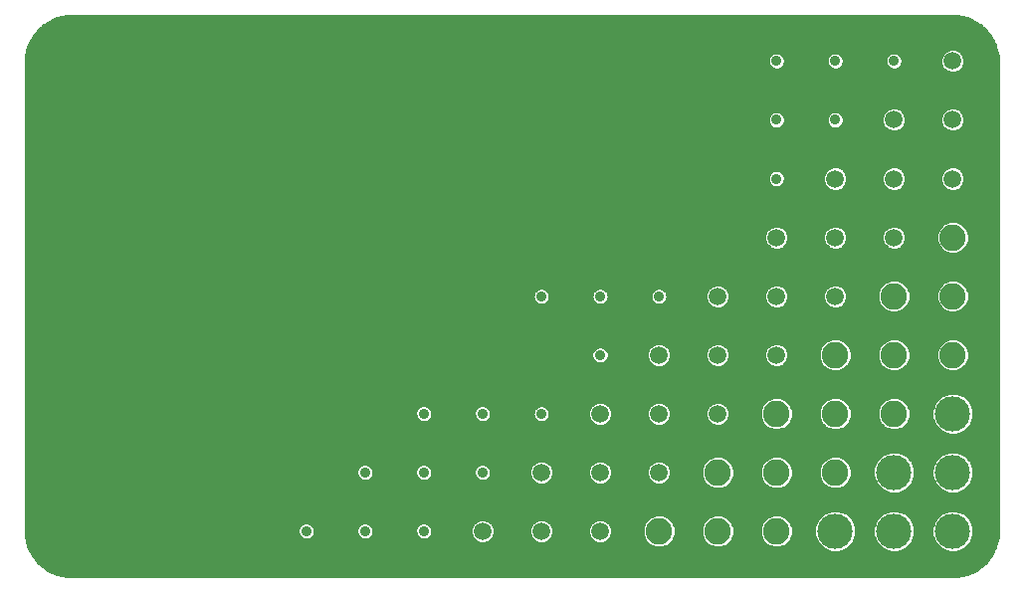
<source format=gbl>
G75*
%MOIN*%
%OFA0B0*%
%FSLAX25Y25*%
%IPPOS*%
%LPD*%
%AMOC8*
5,1,8,0,0,1.08239X$1,22.5*
%
%ADD10C,0.01575*%
%ADD11C,0.11811*%
%ADD12C,0.08858*%
%ADD13C,0.05906*%
%ADD14C,0.03569*%
D10*
X0017494Y0012812D02*
X0020496Y0011366D01*
X0023744Y0010625D01*
X0025409Y0010531D01*
X0320685Y0010531D01*
X0322351Y0010625D01*
X0325599Y0011366D01*
X0328601Y0012812D01*
X0331205Y0014889D01*
X0333283Y0017494D01*
X0334728Y0020496D01*
X0335469Y0023744D01*
X0335563Y0025409D01*
X0335563Y0182890D01*
X0335469Y0184556D01*
X0334728Y0187804D01*
X0333283Y0190805D01*
X0331205Y0193410D01*
X0328601Y0195487D01*
X0325599Y0196933D01*
X0322351Y0197674D01*
X0320685Y0197768D01*
X0025409Y0197768D01*
X0023744Y0197674D01*
X0020496Y0196933D01*
X0017494Y0195487D01*
X0014889Y0193410D01*
X0012812Y0190805D01*
X0011366Y0187804D01*
X0010625Y0184556D01*
X0010531Y0182890D01*
X0010531Y0025409D01*
X0010625Y0023744D01*
X0011366Y0020496D01*
X0012812Y0017494D01*
X0012812Y0017494D01*
X0014889Y0014889D01*
X0017494Y0012812D01*
X0016517Y0013591D02*
X0329577Y0013591D01*
X0331425Y0015164D02*
X0014670Y0015164D01*
X0013415Y0016738D02*
X0332679Y0016738D01*
X0333676Y0018311D02*
X0322605Y0018311D01*
X0322136Y0018117D02*
X0324816Y0019227D01*
X0326868Y0021278D01*
X0327978Y0023959D01*
X0327978Y0026860D01*
X0326868Y0029541D01*
X0324816Y0031592D01*
X0322136Y0032702D01*
X0319234Y0032702D01*
X0316554Y0031592D01*
X0314502Y0029541D01*
X0313392Y0026860D01*
X0313392Y0023959D01*
X0314502Y0021278D01*
X0316554Y0019227D01*
X0319234Y0018117D01*
X0322136Y0018117D01*
X0318765Y0018311D02*
X0302920Y0018311D01*
X0302451Y0018117D02*
X0305131Y0019227D01*
X0307183Y0021278D01*
X0308293Y0023959D01*
X0308293Y0026860D01*
X0307183Y0029541D01*
X0305131Y0031592D01*
X0302451Y0032702D01*
X0299549Y0032702D01*
X0296869Y0031592D01*
X0294817Y0029541D01*
X0293707Y0026860D01*
X0293707Y0023959D01*
X0294817Y0021278D01*
X0296869Y0019227D01*
X0299549Y0018117D01*
X0302451Y0018117D01*
X0299080Y0018311D02*
X0283235Y0018311D01*
X0282766Y0018117D02*
X0285446Y0019227D01*
X0287498Y0021278D01*
X0288608Y0023959D01*
X0288608Y0026860D01*
X0287498Y0029541D01*
X0285446Y0031592D01*
X0282766Y0032702D01*
X0279864Y0032702D01*
X0277184Y0031592D01*
X0275132Y0029541D01*
X0274022Y0026860D01*
X0274022Y0023959D01*
X0275132Y0021278D01*
X0277184Y0019227D01*
X0279864Y0018117D01*
X0282766Y0018117D01*
X0279395Y0018311D02*
X0012418Y0018311D01*
X0011661Y0019884D02*
X0220400Y0019884D01*
X0221103Y0019593D02*
X0223417Y0019593D01*
X0225555Y0020478D01*
X0227191Y0022115D01*
X0228076Y0024252D01*
X0228076Y0026566D01*
X0227191Y0028704D01*
X0225555Y0030340D01*
X0223417Y0031226D01*
X0221103Y0031226D01*
X0218965Y0030340D01*
X0217329Y0028704D01*
X0216443Y0026566D01*
X0216443Y0024252D01*
X0217329Y0022115D01*
X0218965Y0020478D01*
X0221103Y0019593D01*
X0224120Y0019884D02*
X0240085Y0019884D01*
X0240788Y0019593D02*
X0243102Y0019593D01*
X0245240Y0020478D01*
X0246876Y0022115D01*
X0247761Y0024252D01*
X0247761Y0026566D01*
X0246876Y0028704D01*
X0245240Y0030340D01*
X0243102Y0031226D01*
X0240788Y0031226D01*
X0238650Y0030340D01*
X0237014Y0028704D01*
X0236128Y0026566D01*
X0236128Y0024252D01*
X0237014Y0022115D01*
X0238650Y0020478D01*
X0240788Y0019593D01*
X0243805Y0019884D02*
X0259770Y0019884D01*
X0260473Y0019593D02*
X0262787Y0019593D01*
X0264925Y0020478D01*
X0266561Y0022115D01*
X0267446Y0024252D01*
X0267446Y0026566D01*
X0266561Y0028704D01*
X0264925Y0030340D01*
X0262787Y0031226D01*
X0260473Y0031226D01*
X0258335Y0030340D01*
X0256699Y0028704D01*
X0255813Y0026566D01*
X0255813Y0024252D01*
X0256699Y0022115D01*
X0258335Y0020478D01*
X0260473Y0019593D01*
X0263490Y0019884D02*
X0276526Y0019884D01*
X0275058Y0021458D02*
X0265904Y0021458D01*
X0266940Y0023031D02*
X0274406Y0023031D01*
X0274022Y0024604D02*
X0267446Y0024604D01*
X0267446Y0026177D02*
X0274022Y0026177D01*
X0274391Y0027751D02*
X0266956Y0027751D01*
X0265941Y0029324D02*
X0275043Y0029324D01*
X0276489Y0030897D02*
X0263580Y0030897D01*
X0259680Y0030897D02*
X0243895Y0030897D01*
X0246256Y0029324D02*
X0257319Y0029324D01*
X0256304Y0027751D02*
X0247271Y0027751D01*
X0247761Y0026177D02*
X0255813Y0026177D01*
X0255813Y0024604D02*
X0247761Y0024604D01*
X0247255Y0023031D02*
X0256319Y0023031D01*
X0257356Y0021458D02*
X0246219Y0021458D01*
X0237671Y0021458D02*
X0226534Y0021458D01*
X0227570Y0023031D02*
X0236634Y0023031D01*
X0236128Y0024604D02*
X0228076Y0024604D01*
X0228076Y0026177D02*
X0236128Y0026177D01*
X0236619Y0027751D02*
X0227586Y0027751D01*
X0226571Y0029324D02*
X0237634Y0029324D01*
X0239995Y0030897D02*
X0224210Y0030897D01*
X0220310Y0030897D02*
X0010531Y0030897D01*
X0010531Y0029324D02*
X0161314Y0029324D01*
X0160746Y0029089D02*
X0162341Y0029750D01*
X0164068Y0029750D01*
X0165663Y0029089D01*
X0166884Y0027868D01*
X0167545Y0026273D01*
X0167545Y0024546D01*
X0166884Y0022951D01*
X0165663Y0021730D01*
X0164068Y0021069D01*
X0162341Y0021069D01*
X0160746Y0021730D01*
X0159525Y0022951D01*
X0158865Y0024546D01*
X0158865Y0026273D01*
X0159525Y0027868D01*
X0160746Y0029089D01*
X0159477Y0027751D02*
X0145664Y0027751D01*
X0145316Y0028098D02*
X0146208Y0027206D01*
X0146691Y0026040D01*
X0146691Y0024779D01*
X0146208Y0023613D01*
X0145316Y0022721D01*
X0144151Y0022238D01*
X0142889Y0022238D01*
X0141723Y0022721D01*
X0140831Y0023613D01*
X0140348Y0024779D01*
X0140348Y0026040D01*
X0140831Y0027206D01*
X0141723Y0028098D01*
X0142889Y0028581D01*
X0144151Y0028581D01*
X0145316Y0028098D01*
X0146635Y0026177D02*
X0158865Y0026177D01*
X0158865Y0024604D02*
X0146619Y0024604D01*
X0145627Y0023031D02*
X0159492Y0023031D01*
X0161404Y0021458D02*
X0011147Y0021458D01*
X0010788Y0023031D02*
X0102043Y0023031D01*
X0102353Y0022721D02*
X0101461Y0023613D01*
X0100978Y0024779D01*
X0100978Y0026040D01*
X0101461Y0027206D01*
X0102353Y0028098D01*
X0103519Y0028581D01*
X0104780Y0028581D01*
X0105946Y0028098D01*
X0106838Y0027206D01*
X0107321Y0026040D01*
X0107321Y0024779D01*
X0106838Y0023613D01*
X0105946Y0022721D01*
X0104780Y0022238D01*
X0103519Y0022238D01*
X0102353Y0022721D01*
X0101050Y0024604D02*
X0010577Y0024604D01*
X0010531Y0026177D02*
X0101035Y0026177D01*
X0102006Y0027751D02*
X0010531Y0027751D01*
X0010531Y0032471D02*
X0279305Y0032471D01*
X0283325Y0032471D02*
X0298990Y0032471D01*
X0296174Y0030897D02*
X0286141Y0030897D01*
X0287587Y0029324D02*
X0294728Y0029324D01*
X0294076Y0027751D02*
X0288239Y0027751D01*
X0288608Y0026177D02*
X0293707Y0026177D01*
X0293707Y0024604D02*
X0288608Y0024604D01*
X0288223Y0023031D02*
X0294091Y0023031D01*
X0294743Y0021458D02*
X0287572Y0021458D01*
X0286103Y0019884D02*
X0296211Y0019884D01*
X0305789Y0019884D02*
X0315896Y0019884D01*
X0314428Y0021458D02*
X0307257Y0021458D01*
X0307909Y0023031D02*
X0313776Y0023031D01*
X0313392Y0024604D02*
X0308293Y0024604D01*
X0308293Y0026177D02*
X0313392Y0026177D01*
X0313761Y0027751D02*
X0307924Y0027751D01*
X0307272Y0029324D02*
X0314413Y0029324D01*
X0315859Y0030897D02*
X0305826Y0030897D01*
X0303010Y0032471D02*
X0318675Y0032471D01*
X0322695Y0032471D02*
X0335563Y0032471D01*
X0335563Y0034044D02*
X0010531Y0034044D01*
X0010531Y0035617D02*
X0335563Y0035617D01*
X0335563Y0037191D02*
X0010531Y0037191D01*
X0010531Y0038764D02*
X0297226Y0038764D01*
X0296869Y0038912D02*
X0299549Y0037802D01*
X0302451Y0037802D01*
X0305131Y0038912D01*
X0307183Y0040963D01*
X0308293Y0043644D01*
X0308293Y0046545D01*
X0307183Y0049226D01*
X0305131Y0051277D01*
X0302451Y0052387D01*
X0299549Y0052387D01*
X0296869Y0051277D01*
X0294817Y0049226D01*
X0293707Y0046545D01*
X0293707Y0043644D01*
X0294817Y0040963D01*
X0296869Y0038912D01*
X0295443Y0040337D02*
X0284784Y0040337D01*
X0284610Y0040163D02*
X0286246Y0041800D01*
X0287131Y0043937D01*
X0287131Y0046251D01*
X0286246Y0048389D01*
X0284610Y0050026D01*
X0282472Y0050911D01*
X0280158Y0050911D01*
X0278020Y0050026D01*
X0276384Y0048389D01*
X0275498Y0046251D01*
X0275498Y0043937D01*
X0276384Y0041800D01*
X0278020Y0040163D01*
X0280158Y0039278D01*
X0282472Y0039278D01*
X0284610Y0040163D01*
X0286292Y0041911D02*
X0294425Y0041911D01*
X0293773Y0043484D02*
X0286944Y0043484D01*
X0287131Y0045057D02*
X0293707Y0045057D01*
X0293742Y0046631D02*
X0286974Y0046631D01*
X0286323Y0048204D02*
X0294394Y0048204D01*
X0295369Y0049777D02*
X0284858Y0049777D01*
X0277772Y0049777D02*
X0265173Y0049777D01*
X0264925Y0050026D02*
X0262787Y0050911D01*
X0260473Y0050911D01*
X0258335Y0050026D01*
X0256699Y0048389D01*
X0255813Y0046251D01*
X0255813Y0043937D01*
X0256699Y0041800D01*
X0258335Y0040163D01*
X0260473Y0039278D01*
X0262787Y0039278D01*
X0264925Y0040163D01*
X0266561Y0041800D01*
X0267446Y0043937D01*
X0267446Y0046251D01*
X0266561Y0048389D01*
X0264925Y0050026D01*
X0266638Y0048204D02*
X0276307Y0048204D01*
X0275655Y0046631D02*
X0267289Y0046631D01*
X0267446Y0045057D02*
X0275498Y0045057D01*
X0275686Y0043484D02*
X0267259Y0043484D01*
X0266607Y0041911D02*
X0276338Y0041911D01*
X0277846Y0040337D02*
X0265099Y0040337D01*
X0258161Y0040337D02*
X0245414Y0040337D01*
X0245240Y0040163D02*
X0246876Y0041800D01*
X0247761Y0043937D01*
X0247761Y0046251D01*
X0246876Y0048389D01*
X0245240Y0050026D01*
X0243102Y0050911D01*
X0240788Y0050911D01*
X0238650Y0050026D01*
X0237014Y0048389D01*
X0236128Y0046251D01*
X0236128Y0043937D01*
X0237014Y0041800D01*
X0238650Y0040163D01*
X0240788Y0039278D01*
X0243102Y0039278D01*
X0245240Y0040163D01*
X0246922Y0041911D02*
X0256653Y0041911D01*
X0256001Y0043484D02*
X0247574Y0043484D01*
X0247761Y0045057D02*
X0255813Y0045057D01*
X0255970Y0046631D02*
X0247604Y0046631D01*
X0246953Y0048204D02*
X0256622Y0048204D01*
X0258087Y0049777D02*
X0245488Y0049777D01*
X0238402Y0049777D02*
X0010531Y0049777D01*
X0010531Y0048204D02*
X0123054Y0048204D01*
X0123204Y0048266D02*
X0122038Y0047783D01*
X0121146Y0046891D01*
X0120663Y0045725D01*
X0120663Y0044464D01*
X0121146Y0043298D01*
X0122038Y0042406D01*
X0123204Y0041923D01*
X0124466Y0041923D01*
X0125631Y0042406D01*
X0126523Y0043298D01*
X0127006Y0044464D01*
X0127006Y0045725D01*
X0126523Y0046891D01*
X0125631Y0047783D01*
X0124466Y0048266D01*
X0123204Y0048266D01*
X0124616Y0048204D02*
X0142739Y0048204D01*
X0142889Y0048266D02*
X0141723Y0047783D01*
X0140831Y0046891D01*
X0140348Y0045725D01*
X0140348Y0044464D01*
X0140831Y0043298D01*
X0141723Y0042406D01*
X0142889Y0041923D01*
X0144151Y0041923D01*
X0145316Y0042406D01*
X0146208Y0043298D01*
X0146691Y0044464D01*
X0146691Y0045725D01*
X0146208Y0046891D01*
X0145316Y0047783D01*
X0144151Y0048266D01*
X0142889Y0048266D01*
X0144301Y0048204D02*
X0162424Y0048204D01*
X0162574Y0048266D02*
X0161408Y0047783D01*
X0160516Y0046891D01*
X0160033Y0045725D01*
X0160033Y0044464D01*
X0160516Y0043298D01*
X0161408Y0042406D01*
X0162574Y0041923D01*
X0163836Y0041923D01*
X0165001Y0042406D01*
X0165894Y0043298D01*
X0166376Y0044464D01*
X0166376Y0045725D01*
X0165894Y0046891D01*
X0165001Y0047783D01*
X0163836Y0048266D01*
X0162574Y0048266D01*
X0163986Y0048204D02*
X0179861Y0048204D01*
X0180431Y0048774D02*
X0179210Y0047553D01*
X0178550Y0045958D01*
X0178550Y0044231D01*
X0179210Y0042636D01*
X0180431Y0041415D01*
X0182026Y0040754D01*
X0183753Y0040754D01*
X0185348Y0041415D01*
X0186569Y0042636D01*
X0187230Y0044231D01*
X0187230Y0045958D01*
X0186569Y0047553D01*
X0185348Y0048774D01*
X0183753Y0049435D01*
X0182026Y0049435D01*
X0180431Y0048774D01*
X0178828Y0046631D02*
X0166001Y0046631D01*
X0166376Y0045057D02*
X0178550Y0045057D01*
X0178859Y0043484D02*
X0165971Y0043484D01*
X0160439Y0043484D02*
X0146286Y0043484D01*
X0146691Y0045057D02*
X0160033Y0045057D01*
X0160408Y0046631D02*
X0146316Y0046631D01*
X0140723Y0046631D02*
X0126631Y0046631D01*
X0127006Y0045057D02*
X0140348Y0045057D01*
X0140754Y0043484D02*
X0126601Y0043484D01*
X0121069Y0043484D02*
X0010531Y0043484D01*
X0010531Y0045057D02*
X0120663Y0045057D01*
X0121038Y0046631D02*
X0010531Y0046631D01*
X0010531Y0051351D02*
X0297046Y0051351D01*
X0304954Y0051351D02*
X0316731Y0051351D01*
X0316554Y0051277D02*
X0314502Y0049226D01*
X0313392Y0046545D01*
X0313392Y0043644D01*
X0314502Y0040963D01*
X0316554Y0038912D01*
X0319234Y0037802D01*
X0322136Y0037802D01*
X0324816Y0038912D01*
X0326868Y0040963D01*
X0327978Y0043644D01*
X0327978Y0046545D01*
X0326868Y0049226D01*
X0324816Y0051277D01*
X0322136Y0052387D01*
X0319234Y0052387D01*
X0316554Y0051277D01*
X0315054Y0049777D02*
X0306631Y0049777D01*
X0307606Y0048204D02*
X0314079Y0048204D01*
X0313428Y0046631D02*
X0308258Y0046631D01*
X0308293Y0045057D02*
X0313392Y0045057D01*
X0313458Y0043484D02*
X0308227Y0043484D01*
X0307575Y0041911D02*
X0314110Y0041911D01*
X0315128Y0040337D02*
X0306557Y0040337D01*
X0304774Y0038764D02*
X0316911Y0038764D01*
X0324459Y0038764D02*
X0335563Y0038764D01*
X0335563Y0040337D02*
X0326242Y0040337D01*
X0327260Y0041911D02*
X0335563Y0041911D01*
X0335563Y0043484D02*
X0327912Y0043484D01*
X0327978Y0045057D02*
X0335563Y0045057D01*
X0335563Y0046631D02*
X0327943Y0046631D01*
X0327291Y0048204D02*
X0335563Y0048204D01*
X0335563Y0049777D02*
X0326316Y0049777D01*
X0324639Y0051351D02*
X0335563Y0051351D01*
X0335563Y0052924D02*
X0010531Y0052924D01*
X0010531Y0054497D02*
X0335563Y0054497D01*
X0335563Y0056070D02*
X0010531Y0056070D01*
X0010531Y0057644D02*
X0318855Y0057644D01*
X0319234Y0057487D02*
X0322136Y0057487D01*
X0324816Y0058597D01*
X0326868Y0060648D01*
X0327978Y0063329D01*
X0327978Y0066230D01*
X0326868Y0068911D01*
X0324816Y0070962D01*
X0322136Y0072072D01*
X0319234Y0072072D01*
X0316554Y0070962D01*
X0314502Y0068911D01*
X0313392Y0066230D01*
X0313392Y0063329D01*
X0314502Y0060648D01*
X0316554Y0058597D01*
X0319234Y0057487D01*
X0322515Y0057644D02*
X0335563Y0057644D01*
X0335563Y0059217D02*
X0325436Y0059217D01*
X0326926Y0060790D02*
X0335563Y0060790D01*
X0335563Y0062364D02*
X0327578Y0062364D01*
X0327978Y0063937D02*
X0335563Y0063937D01*
X0335563Y0065510D02*
X0327978Y0065510D01*
X0327624Y0067084D02*
X0335563Y0067084D01*
X0335563Y0068657D02*
X0326973Y0068657D01*
X0325548Y0070230D02*
X0335563Y0070230D01*
X0335563Y0071804D02*
X0322785Y0071804D01*
X0318585Y0071804D02*
X0010531Y0071804D01*
X0010531Y0073377D02*
X0335563Y0073377D01*
X0335563Y0074950D02*
X0010531Y0074950D01*
X0010531Y0076524D02*
X0335563Y0076524D01*
X0335563Y0078097D02*
X0010531Y0078097D01*
X0010531Y0079670D02*
X0277884Y0079670D01*
X0278020Y0079534D02*
X0280158Y0078648D01*
X0282472Y0078648D01*
X0284610Y0079534D01*
X0286246Y0081170D01*
X0287131Y0083308D01*
X0287131Y0085622D01*
X0286246Y0087759D01*
X0284610Y0089396D01*
X0282472Y0090281D01*
X0280158Y0090281D01*
X0278020Y0089396D01*
X0276384Y0087759D01*
X0275498Y0085622D01*
X0275498Y0083308D01*
X0276384Y0081170D01*
X0278020Y0079534D01*
X0276353Y0081244D02*
X0264547Y0081244D01*
X0264088Y0080785D02*
X0265309Y0082006D01*
X0265970Y0083601D01*
X0265970Y0085328D01*
X0265309Y0086923D01*
X0264088Y0088144D01*
X0262493Y0088805D01*
X0260767Y0088805D01*
X0259171Y0088144D01*
X0257951Y0086923D01*
X0257290Y0085328D01*
X0257290Y0083601D01*
X0257951Y0082006D01*
X0259171Y0080785D01*
X0260767Y0080124D01*
X0262493Y0080124D01*
X0264088Y0080785D01*
X0265645Y0082817D02*
X0275702Y0082817D01*
X0275498Y0084390D02*
X0265970Y0084390D01*
X0265707Y0085963D02*
X0275640Y0085963D01*
X0276292Y0087537D02*
X0264696Y0087537D01*
X0258564Y0087537D02*
X0245011Y0087537D01*
X0244403Y0088144D02*
X0242808Y0088805D01*
X0241082Y0088805D01*
X0239486Y0088144D01*
X0238265Y0086923D01*
X0237605Y0085328D01*
X0237605Y0083601D01*
X0238265Y0082006D01*
X0239486Y0080785D01*
X0241082Y0080124D01*
X0242808Y0080124D01*
X0244403Y0080785D01*
X0245624Y0082006D01*
X0246285Y0083601D01*
X0246285Y0085328D01*
X0245624Y0086923D01*
X0244403Y0088144D01*
X0246022Y0085963D02*
X0257553Y0085963D01*
X0257290Y0084390D02*
X0246285Y0084390D01*
X0245960Y0082817D02*
X0257615Y0082817D01*
X0258713Y0081244D02*
X0244862Y0081244D01*
X0239028Y0081244D02*
X0225177Y0081244D01*
X0224718Y0080785D02*
X0225939Y0082006D01*
X0226600Y0083601D01*
X0226600Y0085328D01*
X0225939Y0086923D01*
X0224718Y0088144D01*
X0223123Y0088805D01*
X0221397Y0088805D01*
X0219801Y0088144D01*
X0218580Y0086923D01*
X0217920Y0085328D01*
X0217920Y0083601D01*
X0218580Y0082006D01*
X0219801Y0080785D01*
X0221397Y0080124D01*
X0223123Y0080124D01*
X0224718Y0080785D01*
X0226275Y0082817D02*
X0237930Y0082817D01*
X0237605Y0084390D02*
X0226600Y0084390D01*
X0226337Y0085963D02*
X0237868Y0085963D01*
X0238879Y0087537D02*
X0225326Y0087537D01*
X0219194Y0087537D02*
X0203446Y0087537D01*
X0203206Y0087636D02*
X0201944Y0087636D01*
X0200778Y0087153D01*
X0199886Y0086261D01*
X0199403Y0085095D01*
X0199403Y0083834D01*
X0199886Y0082668D01*
X0200778Y0081776D01*
X0201944Y0081293D01*
X0203206Y0081293D01*
X0204371Y0081776D01*
X0205264Y0082668D01*
X0205746Y0083834D01*
X0205746Y0085095D01*
X0205264Y0086261D01*
X0204371Y0087153D01*
X0203206Y0087636D01*
X0201704Y0087537D02*
X0010531Y0087537D01*
X0010531Y0089110D02*
X0277735Y0089110D01*
X0284895Y0089110D02*
X0297420Y0089110D01*
X0297705Y0089396D02*
X0296069Y0087759D01*
X0295183Y0085622D01*
X0295183Y0083308D01*
X0296069Y0081170D01*
X0297705Y0079534D01*
X0299843Y0078648D01*
X0302157Y0078648D01*
X0304295Y0079534D01*
X0305931Y0081170D01*
X0306817Y0083308D01*
X0306817Y0085622D01*
X0305931Y0087759D01*
X0304295Y0089396D01*
X0302157Y0090281D01*
X0299843Y0090281D01*
X0297705Y0089396D01*
X0295977Y0087537D02*
X0286338Y0087537D01*
X0286990Y0085963D02*
X0295325Y0085963D01*
X0295183Y0084390D02*
X0287131Y0084390D01*
X0286928Y0082817D02*
X0295387Y0082817D01*
X0296038Y0081244D02*
X0286277Y0081244D01*
X0284746Y0079670D02*
X0297569Y0079670D01*
X0304431Y0079670D02*
X0317254Y0079670D01*
X0317390Y0079534D02*
X0319528Y0078648D01*
X0321842Y0078648D01*
X0323980Y0079534D01*
X0325616Y0081170D01*
X0326502Y0083308D01*
X0326502Y0085622D01*
X0325616Y0087759D01*
X0323980Y0089396D01*
X0321842Y0090281D01*
X0319528Y0090281D01*
X0317390Y0089396D01*
X0315754Y0087759D01*
X0314869Y0085622D01*
X0314869Y0083308D01*
X0315754Y0081170D01*
X0317390Y0079534D01*
X0315723Y0081244D02*
X0305962Y0081244D01*
X0306613Y0082817D02*
X0315072Y0082817D01*
X0314869Y0084390D02*
X0306817Y0084390D01*
X0306675Y0085963D02*
X0315010Y0085963D01*
X0315662Y0087537D02*
X0306023Y0087537D01*
X0304580Y0089110D02*
X0317105Y0089110D01*
X0324265Y0089110D02*
X0335563Y0089110D01*
X0335563Y0087537D02*
X0325708Y0087537D01*
X0326360Y0085963D02*
X0335563Y0085963D01*
X0335563Y0084390D02*
X0326502Y0084390D01*
X0326298Y0082817D02*
X0335563Y0082817D01*
X0335563Y0081244D02*
X0325647Y0081244D01*
X0324116Y0079670D02*
X0335563Y0079670D01*
X0335563Y0090683D02*
X0010531Y0090683D01*
X0010531Y0092257D02*
X0335563Y0092257D01*
X0335563Y0093830D02*
X0010531Y0093830D01*
X0010531Y0095403D02*
X0335563Y0095403D01*
X0335563Y0096977D02*
X0010531Y0096977D01*
X0010531Y0098550D02*
X0299319Y0098550D01*
X0299843Y0098333D02*
X0302157Y0098333D01*
X0304295Y0099219D01*
X0305931Y0100855D01*
X0306817Y0102993D01*
X0306817Y0105307D01*
X0305931Y0107444D01*
X0304295Y0109081D01*
X0302157Y0109966D01*
X0299843Y0109966D01*
X0297705Y0109081D01*
X0296069Y0107444D01*
X0295183Y0105307D01*
X0295183Y0102993D01*
X0296069Y0100855D01*
X0297705Y0099219D01*
X0299843Y0098333D01*
X0302681Y0098550D02*
X0319004Y0098550D01*
X0319528Y0098333D02*
X0321842Y0098333D01*
X0323980Y0099219D01*
X0325616Y0100855D01*
X0326502Y0102993D01*
X0326502Y0105307D01*
X0325616Y0107444D01*
X0323980Y0109081D01*
X0321842Y0109966D01*
X0319528Y0109966D01*
X0317390Y0109081D01*
X0315754Y0107444D01*
X0314869Y0105307D01*
X0314869Y0102993D01*
X0315754Y0100855D01*
X0317390Y0099219D01*
X0319528Y0098333D01*
X0322366Y0098550D02*
X0335563Y0098550D01*
X0335563Y0100123D02*
X0324885Y0100123D01*
X0325965Y0101697D02*
X0335563Y0101697D01*
X0335563Y0103270D02*
X0326502Y0103270D01*
X0326502Y0104843D02*
X0335563Y0104843D01*
X0335563Y0106417D02*
X0326042Y0106417D01*
X0325071Y0107990D02*
X0335563Y0107990D01*
X0335563Y0109563D02*
X0322815Y0109563D01*
X0318555Y0109563D02*
X0303130Y0109563D01*
X0305386Y0107990D02*
X0316299Y0107990D01*
X0315328Y0106417D02*
X0306357Y0106417D01*
X0306817Y0104843D02*
X0314869Y0104843D01*
X0314869Y0103270D02*
X0306817Y0103270D01*
X0306280Y0101697D02*
X0315405Y0101697D01*
X0316486Y0100123D02*
X0305199Y0100123D01*
X0296800Y0100123D02*
X0282936Y0100123D01*
X0282178Y0099809D02*
X0283773Y0100470D01*
X0284994Y0101691D01*
X0285655Y0103286D01*
X0285655Y0105013D01*
X0284994Y0106608D01*
X0283773Y0107829D01*
X0282178Y0108490D01*
X0280452Y0108490D01*
X0278856Y0107829D01*
X0277636Y0106608D01*
X0276975Y0105013D01*
X0276975Y0103286D01*
X0277636Y0101691D01*
X0278856Y0100470D01*
X0280452Y0099809D01*
X0282178Y0099809D01*
X0279694Y0100123D02*
X0263251Y0100123D01*
X0262493Y0099809D02*
X0264088Y0100470D01*
X0265309Y0101691D01*
X0265970Y0103286D01*
X0265970Y0105013D01*
X0265309Y0106608D01*
X0264088Y0107829D01*
X0262493Y0108490D01*
X0260767Y0108490D01*
X0259171Y0107829D01*
X0257951Y0106608D01*
X0257290Y0105013D01*
X0257290Y0103286D01*
X0257951Y0101691D01*
X0259171Y0100470D01*
X0260767Y0099809D01*
X0262493Y0099809D01*
X0260009Y0100123D02*
X0243566Y0100123D01*
X0242808Y0099809D02*
X0244403Y0100470D01*
X0245624Y0101691D01*
X0246285Y0103286D01*
X0246285Y0105013D01*
X0245624Y0106608D01*
X0244403Y0107829D01*
X0242808Y0108490D01*
X0241082Y0108490D01*
X0239486Y0107829D01*
X0238265Y0106608D01*
X0237605Y0105013D01*
X0237605Y0103286D01*
X0238265Y0101691D01*
X0239486Y0100470D01*
X0241082Y0099809D01*
X0242808Y0099809D01*
X0240324Y0100123D02*
X0010531Y0100123D01*
X0010531Y0101697D02*
X0180857Y0101697D01*
X0181093Y0101461D02*
X0182259Y0100978D01*
X0183521Y0100978D01*
X0184686Y0101461D01*
X0185579Y0102353D01*
X0186061Y0103519D01*
X0186061Y0104780D01*
X0185579Y0105946D01*
X0184686Y0106838D01*
X0183521Y0107321D01*
X0182259Y0107321D01*
X0181093Y0106838D01*
X0180201Y0105946D01*
X0179718Y0104780D01*
X0179718Y0103519D01*
X0180201Y0102353D01*
X0181093Y0101461D01*
X0179821Y0103270D02*
X0010531Y0103270D01*
X0010531Y0104843D02*
X0179744Y0104843D01*
X0180671Y0106417D02*
X0010531Y0106417D01*
X0010531Y0107990D02*
X0239875Y0107990D01*
X0238186Y0106417D02*
X0224478Y0106417D01*
X0224056Y0106838D02*
X0222891Y0107321D01*
X0221629Y0107321D01*
X0220463Y0106838D01*
X0219571Y0105946D01*
X0219088Y0104780D01*
X0219088Y0103519D01*
X0219571Y0102353D01*
X0220463Y0101461D01*
X0221629Y0100978D01*
X0222891Y0100978D01*
X0224056Y0101461D01*
X0224949Y0102353D01*
X0225431Y0103519D01*
X0225431Y0104780D01*
X0224949Y0105946D01*
X0224056Y0106838D01*
X0225405Y0104843D02*
X0237605Y0104843D01*
X0237612Y0103270D02*
X0225328Y0103270D01*
X0224292Y0101697D02*
X0238263Y0101697D01*
X0245627Y0101697D02*
X0257948Y0101697D01*
X0257297Y0103270D02*
X0246278Y0103270D01*
X0246285Y0104843D02*
X0257290Y0104843D01*
X0257871Y0106417D02*
X0245704Y0106417D01*
X0244015Y0107990D02*
X0259560Y0107990D01*
X0263700Y0107990D02*
X0279245Y0107990D01*
X0277556Y0106417D02*
X0265389Y0106417D01*
X0265970Y0104843D02*
X0276975Y0104843D01*
X0276982Y0103270D02*
X0265963Y0103270D01*
X0265312Y0101697D02*
X0277633Y0101697D01*
X0284997Y0101697D02*
X0295720Y0101697D01*
X0295183Y0103270D02*
X0285648Y0103270D01*
X0285655Y0104843D02*
X0295183Y0104843D01*
X0295643Y0106417D02*
X0285074Y0106417D01*
X0283385Y0107990D02*
X0296614Y0107990D01*
X0298870Y0109563D02*
X0010531Y0109563D01*
X0010531Y0111136D02*
X0335563Y0111136D01*
X0335563Y0112710D02*
X0010531Y0112710D01*
X0010531Y0114283D02*
X0335563Y0114283D01*
X0335563Y0115856D02*
X0010531Y0115856D01*
X0010531Y0117430D02*
X0335563Y0117430D01*
X0335563Y0119003D02*
X0324079Y0119003D01*
X0323980Y0118904D02*
X0325616Y0120540D01*
X0326502Y0122678D01*
X0326502Y0124992D01*
X0325616Y0127129D01*
X0323980Y0128766D01*
X0321842Y0129651D01*
X0319528Y0129651D01*
X0317390Y0128766D01*
X0315754Y0127129D01*
X0314869Y0124992D01*
X0314869Y0122678D01*
X0315754Y0120540D01*
X0317390Y0118904D01*
X0319528Y0118018D01*
X0321842Y0118018D01*
X0323980Y0118904D01*
X0325631Y0120576D02*
X0335563Y0120576D01*
X0335563Y0122150D02*
X0326283Y0122150D01*
X0326502Y0123723D02*
X0335563Y0123723D01*
X0335563Y0125296D02*
X0326375Y0125296D01*
X0325724Y0126870D02*
X0335563Y0126870D01*
X0335563Y0128443D02*
X0324303Y0128443D01*
X0317068Y0128443D02*
X0010531Y0128443D01*
X0010531Y0130016D02*
X0335563Y0130016D01*
X0335563Y0131590D02*
X0010531Y0131590D01*
X0010531Y0133163D02*
X0335563Y0133163D01*
X0335563Y0134736D02*
X0010531Y0134736D01*
X0010531Y0136310D02*
X0335563Y0136310D01*
X0335563Y0137883D02*
X0010531Y0137883D01*
X0010531Y0139456D02*
X0279784Y0139456D01*
X0280452Y0139180D02*
X0278856Y0139840D01*
X0277636Y0141061D01*
X0276975Y0142656D01*
X0276975Y0144383D01*
X0277636Y0145978D01*
X0278856Y0147199D01*
X0280452Y0147860D01*
X0282178Y0147860D01*
X0283773Y0147199D01*
X0284994Y0145978D01*
X0285655Y0144383D01*
X0285655Y0142656D01*
X0284994Y0141061D01*
X0283773Y0139840D01*
X0282178Y0139180D01*
X0280452Y0139180D01*
X0282846Y0139456D02*
X0299469Y0139456D01*
X0300137Y0139180D02*
X0301863Y0139180D01*
X0303458Y0139840D01*
X0304679Y0141061D01*
X0305340Y0142656D01*
X0305340Y0144383D01*
X0304679Y0145978D01*
X0303458Y0147199D01*
X0301863Y0147860D01*
X0300137Y0147860D01*
X0298541Y0147199D01*
X0297321Y0145978D01*
X0296660Y0144383D01*
X0296660Y0142656D01*
X0297321Y0141061D01*
X0298541Y0139840D01*
X0300137Y0139180D01*
X0302531Y0139456D02*
X0319154Y0139456D01*
X0319822Y0139180D02*
X0321548Y0139180D01*
X0323144Y0139840D01*
X0324364Y0141061D01*
X0325025Y0142656D01*
X0325025Y0144383D01*
X0324364Y0145978D01*
X0323144Y0147199D01*
X0321548Y0147860D01*
X0319822Y0147860D01*
X0318227Y0147199D01*
X0317006Y0145978D01*
X0316345Y0144383D01*
X0316345Y0142656D01*
X0317006Y0141061D01*
X0318227Y0139840D01*
X0319822Y0139180D01*
X0322216Y0139456D02*
X0335563Y0139456D01*
X0335563Y0141029D02*
X0324333Y0141029D01*
X0325003Y0142603D02*
X0335563Y0142603D01*
X0335563Y0144176D02*
X0325025Y0144176D01*
X0324459Y0145749D02*
X0335563Y0145749D01*
X0335563Y0147323D02*
X0322845Y0147323D01*
X0318525Y0147323D02*
X0303160Y0147323D01*
X0304774Y0145749D02*
X0316911Y0145749D01*
X0316345Y0144176D02*
X0305340Y0144176D01*
X0305318Y0142603D02*
X0316367Y0142603D01*
X0317037Y0141029D02*
X0304648Y0141029D01*
X0297352Y0141029D02*
X0284963Y0141029D01*
X0285633Y0142603D02*
X0296682Y0142603D01*
X0296660Y0144176D02*
X0285655Y0144176D01*
X0285089Y0145749D02*
X0297226Y0145749D01*
X0298840Y0147323D02*
X0283475Y0147323D01*
X0279155Y0147323D02*
X0010531Y0147323D01*
X0010531Y0148896D02*
X0335563Y0148896D01*
X0335563Y0150469D02*
X0010531Y0150469D01*
X0010531Y0152043D02*
X0335563Y0152043D01*
X0335563Y0153616D02*
X0010531Y0153616D01*
X0010531Y0155189D02*
X0335563Y0155189D01*
X0335563Y0156763D02*
X0010531Y0156763D01*
X0010531Y0158336D02*
X0335563Y0158336D01*
X0335563Y0159909D02*
X0323527Y0159909D01*
X0323144Y0159525D02*
X0324364Y0160746D01*
X0325025Y0162341D01*
X0325025Y0164068D01*
X0324364Y0165663D01*
X0323144Y0166884D01*
X0321548Y0167545D01*
X0319822Y0167545D01*
X0318227Y0166884D01*
X0317006Y0165663D01*
X0316345Y0164068D01*
X0316345Y0162341D01*
X0317006Y0160746D01*
X0318227Y0159525D01*
X0319822Y0158865D01*
X0321548Y0158865D01*
X0323144Y0159525D01*
X0324669Y0161483D02*
X0335563Y0161483D01*
X0335563Y0163056D02*
X0325025Y0163056D01*
X0324793Y0164629D02*
X0335563Y0164629D01*
X0335563Y0166202D02*
X0323825Y0166202D01*
X0317545Y0166202D02*
X0304140Y0166202D01*
X0304679Y0165663D02*
X0303458Y0166884D01*
X0301863Y0167545D01*
X0300137Y0167545D01*
X0298541Y0166884D01*
X0297321Y0165663D01*
X0296660Y0164068D01*
X0296660Y0162341D01*
X0297321Y0160746D01*
X0298541Y0159525D01*
X0300137Y0158865D01*
X0301863Y0158865D01*
X0303458Y0159525D01*
X0304679Y0160746D01*
X0305340Y0162341D01*
X0305340Y0164068D01*
X0304679Y0165663D01*
X0305108Y0164629D02*
X0316577Y0164629D01*
X0316345Y0163056D02*
X0305340Y0163056D01*
X0304984Y0161483D02*
X0316701Y0161483D01*
X0317843Y0159909D02*
X0303842Y0159909D01*
X0298158Y0159909D02*
X0010531Y0159909D01*
X0010531Y0161483D02*
X0258910Y0161483D01*
X0258941Y0161408D02*
X0259833Y0160516D01*
X0260999Y0160033D01*
X0262261Y0160033D01*
X0263427Y0160516D01*
X0264319Y0161408D01*
X0264802Y0162574D01*
X0264802Y0163836D01*
X0264319Y0165001D01*
X0263427Y0165894D01*
X0262261Y0166376D01*
X0260999Y0166376D01*
X0259833Y0165894D01*
X0258941Y0165001D01*
X0258458Y0163836D01*
X0258458Y0162574D01*
X0258941Y0161408D01*
X0258458Y0163056D02*
X0010531Y0163056D01*
X0010531Y0164629D02*
X0258787Y0164629D01*
X0260579Y0166202D02*
X0010531Y0166202D01*
X0010531Y0167776D02*
X0335563Y0167776D01*
X0335563Y0169349D02*
X0010531Y0169349D01*
X0010531Y0170922D02*
X0335563Y0170922D01*
X0335563Y0172496D02*
X0010531Y0172496D01*
X0010531Y0174069D02*
X0335563Y0174069D01*
X0335563Y0175642D02*
X0010531Y0175642D01*
X0010531Y0177216D02*
X0335563Y0177216D01*
X0335563Y0178789D02*
X0322126Y0178789D01*
X0321548Y0178550D02*
X0323144Y0179210D01*
X0324364Y0180431D01*
X0325025Y0182026D01*
X0325025Y0183753D01*
X0324364Y0185348D01*
X0323144Y0186569D01*
X0321548Y0187230D01*
X0319822Y0187230D01*
X0318227Y0186569D01*
X0317006Y0185348D01*
X0316345Y0183753D01*
X0316345Y0182026D01*
X0317006Y0180431D01*
X0318227Y0179210D01*
X0319822Y0178550D01*
X0321548Y0178550D01*
X0319244Y0178789D02*
X0010531Y0178789D01*
X0010531Y0180362D02*
X0259672Y0180362D01*
X0259833Y0180201D02*
X0260999Y0179718D01*
X0262261Y0179718D01*
X0263427Y0180201D01*
X0264319Y0181093D01*
X0264802Y0182259D01*
X0264802Y0183521D01*
X0264319Y0184686D01*
X0263427Y0185579D01*
X0262261Y0186061D01*
X0260999Y0186061D01*
X0259833Y0185579D01*
X0258941Y0184686D01*
X0258458Y0183521D01*
X0258458Y0182259D01*
X0258941Y0181093D01*
X0259833Y0180201D01*
X0258592Y0181936D02*
X0010531Y0181936D01*
X0010566Y0183509D02*
X0258458Y0183509D01*
X0259337Y0185082D02*
X0010745Y0185082D01*
X0011104Y0186656D02*
X0318435Y0186656D01*
X0316895Y0185082D02*
X0303293Y0185082D01*
X0303689Y0184686D02*
X0302797Y0185579D01*
X0301631Y0186061D01*
X0300369Y0186061D01*
X0299203Y0185579D01*
X0298311Y0184686D01*
X0297828Y0183521D01*
X0297828Y0182259D01*
X0298311Y0181093D01*
X0299203Y0180201D01*
X0300369Y0179718D01*
X0301631Y0179718D01*
X0302797Y0180201D01*
X0303689Y0181093D01*
X0304172Y0182259D01*
X0304172Y0183521D01*
X0303689Y0184686D01*
X0304172Y0183509D02*
X0316345Y0183509D01*
X0316382Y0181936D02*
X0304038Y0181936D01*
X0302958Y0180362D02*
X0317075Y0180362D01*
X0324295Y0180362D02*
X0335563Y0180362D01*
X0335563Y0181936D02*
X0324988Y0181936D01*
X0325025Y0183509D02*
X0335528Y0183509D01*
X0335349Y0185082D02*
X0324475Y0185082D01*
X0322935Y0186656D02*
X0334990Y0186656D01*
X0334523Y0188229D02*
X0011571Y0188229D01*
X0012329Y0189802D02*
X0333766Y0189802D01*
X0332828Y0191376D02*
X0013267Y0191376D01*
X0014521Y0192949D02*
X0331573Y0192949D01*
X0329811Y0194522D02*
X0016284Y0194522D01*
X0018757Y0196095D02*
X0327338Y0196095D01*
X0322374Y0197669D02*
X0023720Y0197669D01*
X0010531Y0145749D02*
X0259374Y0145749D01*
X0258941Y0145316D02*
X0258458Y0144151D01*
X0258458Y0142889D01*
X0258941Y0141723D01*
X0259833Y0140831D01*
X0260999Y0140348D01*
X0262261Y0140348D01*
X0263427Y0140831D01*
X0264319Y0141723D01*
X0264802Y0142889D01*
X0264802Y0144151D01*
X0264319Y0145316D01*
X0263427Y0146208D01*
X0262261Y0146691D01*
X0260999Y0146691D01*
X0259833Y0146208D01*
X0258941Y0145316D01*
X0258469Y0144176D02*
X0010531Y0144176D01*
X0010531Y0142603D02*
X0258577Y0142603D01*
X0259635Y0141029D02*
X0010531Y0141029D01*
X0010531Y0126870D02*
X0258527Y0126870D01*
X0257951Y0126293D02*
X0257290Y0124698D01*
X0257290Y0122971D01*
X0257951Y0121376D01*
X0259171Y0120155D01*
X0260767Y0119494D01*
X0262493Y0119494D01*
X0264088Y0120155D01*
X0265309Y0121376D01*
X0265970Y0122971D01*
X0265970Y0124698D01*
X0265309Y0126293D01*
X0264088Y0127514D01*
X0262493Y0128175D01*
X0260767Y0128175D01*
X0259171Y0127514D01*
X0257951Y0126293D01*
X0257538Y0125296D02*
X0010531Y0125296D01*
X0010531Y0123723D02*
X0257290Y0123723D01*
X0257630Y0122150D02*
X0010531Y0122150D01*
X0010531Y0120576D02*
X0258750Y0120576D01*
X0264510Y0120576D02*
X0278435Y0120576D01*
X0278856Y0120155D02*
X0280452Y0119494D01*
X0282178Y0119494D01*
X0283773Y0120155D01*
X0284994Y0121376D01*
X0285655Y0122971D01*
X0285655Y0124698D01*
X0284994Y0126293D01*
X0283773Y0127514D01*
X0282178Y0128175D01*
X0280452Y0128175D01*
X0278856Y0127514D01*
X0277636Y0126293D01*
X0276975Y0124698D01*
X0276975Y0122971D01*
X0277636Y0121376D01*
X0278856Y0120155D01*
X0277315Y0122150D02*
X0265630Y0122150D01*
X0265970Y0123723D02*
X0276975Y0123723D01*
X0277223Y0125296D02*
X0265722Y0125296D01*
X0264733Y0126870D02*
X0278212Y0126870D01*
X0284418Y0126870D02*
X0297897Y0126870D01*
X0297321Y0126293D02*
X0296660Y0124698D01*
X0296660Y0122971D01*
X0297321Y0121376D01*
X0298541Y0120155D01*
X0300137Y0119494D01*
X0301863Y0119494D01*
X0303458Y0120155D01*
X0304679Y0121376D01*
X0305340Y0122971D01*
X0305340Y0124698D01*
X0304679Y0126293D01*
X0303458Y0127514D01*
X0301863Y0128175D01*
X0300137Y0128175D01*
X0298541Y0127514D01*
X0297321Y0126293D01*
X0296908Y0125296D02*
X0285407Y0125296D01*
X0285655Y0123723D02*
X0296660Y0123723D01*
X0297000Y0122150D02*
X0285315Y0122150D01*
X0284195Y0120576D02*
X0298120Y0120576D01*
X0303880Y0120576D02*
X0315739Y0120576D01*
X0315087Y0122150D02*
X0305000Y0122150D01*
X0305340Y0123723D02*
X0314869Y0123723D01*
X0314995Y0125296D02*
X0305092Y0125296D01*
X0304103Y0126870D02*
X0315646Y0126870D01*
X0317291Y0119003D02*
X0010531Y0119003D01*
X0010531Y0085963D02*
X0199763Y0085963D01*
X0199403Y0084390D02*
X0010531Y0084390D01*
X0010531Y0082817D02*
X0199824Y0082817D01*
X0205325Y0082817D02*
X0218245Y0082817D01*
X0217920Y0084390D02*
X0205746Y0084390D01*
X0205387Y0085963D02*
X0218183Y0085963D01*
X0219343Y0081244D02*
X0010531Y0081244D01*
X0010531Y0070230D02*
X0259590Y0070230D01*
X0260473Y0070596D02*
X0258335Y0069711D01*
X0256699Y0068074D01*
X0255813Y0065937D01*
X0255813Y0063623D01*
X0256699Y0061485D01*
X0258335Y0059848D01*
X0260473Y0058963D01*
X0262787Y0058963D01*
X0264925Y0059848D01*
X0266561Y0061485D01*
X0267446Y0063623D01*
X0267446Y0065937D01*
X0266561Y0068074D01*
X0264925Y0069711D01*
X0262787Y0070596D01*
X0260473Y0070596D01*
X0263670Y0070230D02*
X0279275Y0070230D01*
X0280158Y0070596D02*
X0278020Y0069711D01*
X0276384Y0068074D01*
X0275498Y0065937D01*
X0275498Y0063623D01*
X0276384Y0061485D01*
X0278020Y0059848D01*
X0280158Y0058963D01*
X0282472Y0058963D01*
X0284610Y0059848D01*
X0286246Y0061485D01*
X0287131Y0063623D01*
X0287131Y0065937D01*
X0286246Y0068074D01*
X0284610Y0069711D01*
X0282472Y0070596D01*
X0280158Y0070596D01*
X0283355Y0070230D02*
X0298960Y0070230D01*
X0299843Y0070596D02*
X0297705Y0069711D01*
X0296069Y0068074D01*
X0295183Y0065937D01*
X0295183Y0063623D01*
X0296069Y0061485D01*
X0297705Y0059848D01*
X0299843Y0058963D01*
X0302157Y0058963D01*
X0304295Y0059848D01*
X0305931Y0061485D01*
X0306817Y0063623D01*
X0306817Y0065937D01*
X0305931Y0068074D01*
X0304295Y0069711D01*
X0302157Y0070596D01*
X0299843Y0070596D01*
X0303040Y0070230D02*
X0315822Y0070230D01*
X0314397Y0068657D02*
X0305348Y0068657D01*
X0306341Y0067084D02*
X0313746Y0067084D01*
X0313392Y0065510D02*
X0306817Y0065510D01*
X0306817Y0063937D02*
X0313392Y0063937D01*
X0313792Y0062364D02*
X0306295Y0062364D01*
X0305237Y0060790D02*
X0314444Y0060790D01*
X0315934Y0059217D02*
X0302770Y0059217D01*
X0299230Y0059217D02*
X0283085Y0059217D01*
X0285552Y0060790D02*
X0296763Y0060790D01*
X0295705Y0062364D02*
X0286610Y0062364D01*
X0287131Y0063937D02*
X0295183Y0063937D01*
X0295183Y0065510D02*
X0287131Y0065510D01*
X0286656Y0067084D02*
X0295659Y0067084D01*
X0296652Y0068657D02*
X0285663Y0068657D01*
X0276967Y0068657D02*
X0265978Y0068657D01*
X0266971Y0067084D02*
X0275974Y0067084D01*
X0275498Y0065510D02*
X0267446Y0065510D01*
X0267446Y0063937D02*
X0275498Y0063937D01*
X0276020Y0062364D02*
X0266925Y0062364D01*
X0265867Y0060790D02*
X0277078Y0060790D01*
X0279544Y0059217D02*
X0263400Y0059217D01*
X0259859Y0059217D02*
X0010531Y0059217D01*
X0010531Y0060790D02*
X0200864Y0060790D01*
X0200116Y0061100D02*
X0201711Y0060439D01*
X0203438Y0060439D01*
X0205033Y0061100D01*
X0206254Y0062321D01*
X0206915Y0063916D01*
X0206915Y0065643D01*
X0206254Y0067238D01*
X0205033Y0068459D01*
X0203438Y0069120D01*
X0201711Y0069120D01*
X0200116Y0068459D01*
X0198895Y0067238D01*
X0198235Y0065643D01*
X0198235Y0063916D01*
X0198895Y0062321D01*
X0200116Y0061100D01*
X0198878Y0062364D02*
X0184959Y0062364D01*
X0184686Y0062091D02*
X0185579Y0062983D01*
X0186061Y0064149D01*
X0186061Y0065410D01*
X0185579Y0066576D01*
X0184686Y0067468D01*
X0183521Y0067951D01*
X0182259Y0067951D01*
X0181093Y0067468D01*
X0180201Y0066576D01*
X0179718Y0065410D01*
X0179718Y0064149D01*
X0180201Y0062983D01*
X0181093Y0062091D01*
X0182259Y0061608D01*
X0183521Y0061608D01*
X0184686Y0062091D01*
X0185974Y0063937D02*
X0198235Y0063937D01*
X0198235Y0065510D02*
X0186020Y0065510D01*
X0185071Y0067084D02*
X0198831Y0067084D01*
X0200594Y0068657D02*
X0010531Y0068657D01*
X0010531Y0067084D02*
X0141338Y0067084D01*
X0141723Y0067468D02*
X0140831Y0066576D01*
X0140348Y0065410D01*
X0140348Y0064149D01*
X0140831Y0062983D01*
X0141723Y0062091D01*
X0142889Y0061608D01*
X0144151Y0061608D01*
X0145316Y0062091D01*
X0146208Y0062983D01*
X0146691Y0064149D01*
X0146691Y0065410D01*
X0146208Y0066576D01*
X0145316Y0067468D01*
X0144151Y0067951D01*
X0142889Y0067951D01*
X0141723Y0067468D01*
X0140389Y0065510D02*
X0010531Y0065510D01*
X0010531Y0063937D02*
X0140436Y0063937D01*
X0141450Y0062364D02*
X0010531Y0062364D01*
X0010531Y0041911D02*
X0179936Y0041911D01*
X0185844Y0041911D02*
X0199621Y0041911D01*
X0200116Y0041415D02*
X0198895Y0042636D01*
X0198235Y0044231D01*
X0198235Y0045958D01*
X0198895Y0047553D01*
X0200116Y0048774D01*
X0201711Y0049435D01*
X0203438Y0049435D01*
X0205033Y0048774D01*
X0206254Y0047553D01*
X0206915Y0045958D01*
X0206915Y0044231D01*
X0206254Y0042636D01*
X0205033Y0041415D01*
X0203438Y0040754D01*
X0201711Y0040754D01*
X0200116Y0041415D01*
X0198544Y0043484D02*
X0186920Y0043484D01*
X0187230Y0045057D02*
X0198235Y0045057D01*
X0198513Y0046631D02*
X0186951Y0046631D01*
X0185918Y0048204D02*
X0199546Y0048204D01*
X0205603Y0048204D02*
X0219231Y0048204D01*
X0219801Y0048774D02*
X0218580Y0047553D01*
X0217920Y0045958D01*
X0217920Y0044231D01*
X0218580Y0042636D01*
X0219801Y0041415D01*
X0221397Y0040754D01*
X0223123Y0040754D01*
X0224718Y0041415D01*
X0225939Y0042636D01*
X0226600Y0044231D01*
X0226600Y0045958D01*
X0225939Y0047553D01*
X0224718Y0048774D01*
X0223123Y0049435D01*
X0221397Y0049435D01*
X0219801Y0048774D01*
X0218198Y0046631D02*
X0206636Y0046631D01*
X0206915Y0045057D02*
X0217920Y0045057D01*
X0218229Y0043484D02*
X0206605Y0043484D01*
X0205529Y0041911D02*
X0219306Y0041911D01*
X0225214Y0041911D02*
X0236968Y0041911D01*
X0236316Y0043484D02*
X0226290Y0043484D01*
X0226600Y0045057D02*
X0236128Y0045057D01*
X0236285Y0046631D02*
X0226321Y0046631D01*
X0225288Y0048204D02*
X0236937Y0048204D01*
X0238476Y0040337D02*
X0010531Y0040337D01*
X0044700Y0025409D02*
X0044702Y0025448D01*
X0044708Y0025487D01*
X0044718Y0025525D01*
X0044731Y0025562D01*
X0044748Y0025597D01*
X0044768Y0025631D01*
X0044792Y0025662D01*
X0044819Y0025691D01*
X0044848Y0025717D01*
X0044880Y0025740D01*
X0044914Y0025760D01*
X0044950Y0025776D01*
X0044987Y0025788D01*
X0045026Y0025797D01*
X0045065Y0025802D01*
X0045104Y0025803D01*
X0045143Y0025800D01*
X0045182Y0025793D01*
X0045219Y0025782D01*
X0045256Y0025768D01*
X0045291Y0025750D01*
X0045324Y0025729D01*
X0045355Y0025704D01*
X0045383Y0025677D01*
X0045408Y0025647D01*
X0045430Y0025614D01*
X0045449Y0025580D01*
X0045464Y0025544D01*
X0045476Y0025506D01*
X0045484Y0025468D01*
X0045488Y0025429D01*
X0045488Y0025389D01*
X0045484Y0025350D01*
X0045476Y0025312D01*
X0045464Y0025274D01*
X0045449Y0025238D01*
X0045430Y0025204D01*
X0045408Y0025171D01*
X0045383Y0025141D01*
X0045355Y0025114D01*
X0045324Y0025089D01*
X0045291Y0025068D01*
X0045256Y0025050D01*
X0045219Y0025036D01*
X0045182Y0025025D01*
X0045143Y0025018D01*
X0045104Y0025015D01*
X0045065Y0025016D01*
X0045026Y0025021D01*
X0044987Y0025030D01*
X0044950Y0025042D01*
X0044914Y0025058D01*
X0044880Y0025078D01*
X0044848Y0025101D01*
X0044819Y0025127D01*
X0044792Y0025156D01*
X0044768Y0025187D01*
X0044748Y0025221D01*
X0044731Y0025256D01*
X0044718Y0025293D01*
X0044708Y0025331D01*
X0044702Y0025370D01*
X0044700Y0025409D01*
X0064386Y0025409D02*
X0064388Y0025448D01*
X0064394Y0025487D01*
X0064404Y0025525D01*
X0064417Y0025562D01*
X0064434Y0025597D01*
X0064454Y0025631D01*
X0064478Y0025662D01*
X0064505Y0025691D01*
X0064534Y0025717D01*
X0064566Y0025740D01*
X0064600Y0025760D01*
X0064636Y0025776D01*
X0064673Y0025788D01*
X0064712Y0025797D01*
X0064751Y0025802D01*
X0064790Y0025803D01*
X0064829Y0025800D01*
X0064868Y0025793D01*
X0064905Y0025782D01*
X0064942Y0025768D01*
X0064977Y0025750D01*
X0065010Y0025729D01*
X0065041Y0025704D01*
X0065069Y0025677D01*
X0065094Y0025647D01*
X0065116Y0025614D01*
X0065135Y0025580D01*
X0065150Y0025544D01*
X0065162Y0025506D01*
X0065170Y0025468D01*
X0065174Y0025429D01*
X0065174Y0025389D01*
X0065170Y0025350D01*
X0065162Y0025312D01*
X0065150Y0025274D01*
X0065135Y0025238D01*
X0065116Y0025204D01*
X0065094Y0025171D01*
X0065069Y0025141D01*
X0065041Y0025114D01*
X0065010Y0025089D01*
X0064977Y0025068D01*
X0064942Y0025050D01*
X0064905Y0025036D01*
X0064868Y0025025D01*
X0064829Y0025018D01*
X0064790Y0025015D01*
X0064751Y0025016D01*
X0064712Y0025021D01*
X0064673Y0025030D01*
X0064636Y0025042D01*
X0064600Y0025058D01*
X0064566Y0025078D01*
X0064534Y0025101D01*
X0064505Y0025127D01*
X0064478Y0025156D01*
X0064454Y0025187D01*
X0064434Y0025221D01*
X0064417Y0025256D01*
X0064404Y0025293D01*
X0064394Y0025331D01*
X0064388Y0025370D01*
X0064386Y0025409D01*
X0084071Y0025409D02*
X0084073Y0025448D01*
X0084079Y0025487D01*
X0084089Y0025525D01*
X0084102Y0025562D01*
X0084119Y0025597D01*
X0084139Y0025631D01*
X0084163Y0025662D01*
X0084190Y0025691D01*
X0084219Y0025717D01*
X0084251Y0025740D01*
X0084285Y0025760D01*
X0084321Y0025776D01*
X0084358Y0025788D01*
X0084397Y0025797D01*
X0084436Y0025802D01*
X0084475Y0025803D01*
X0084514Y0025800D01*
X0084553Y0025793D01*
X0084590Y0025782D01*
X0084627Y0025768D01*
X0084662Y0025750D01*
X0084695Y0025729D01*
X0084726Y0025704D01*
X0084754Y0025677D01*
X0084779Y0025647D01*
X0084801Y0025614D01*
X0084820Y0025580D01*
X0084835Y0025544D01*
X0084847Y0025506D01*
X0084855Y0025468D01*
X0084859Y0025429D01*
X0084859Y0025389D01*
X0084855Y0025350D01*
X0084847Y0025312D01*
X0084835Y0025274D01*
X0084820Y0025238D01*
X0084801Y0025204D01*
X0084779Y0025171D01*
X0084754Y0025141D01*
X0084726Y0025114D01*
X0084695Y0025089D01*
X0084662Y0025068D01*
X0084627Y0025050D01*
X0084590Y0025036D01*
X0084553Y0025025D01*
X0084514Y0025018D01*
X0084475Y0025015D01*
X0084436Y0025016D01*
X0084397Y0025021D01*
X0084358Y0025030D01*
X0084321Y0025042D01*
X0084285Y0025058D01*
X0084251Y0025078D01*
X0084219Y0025101D01*
X0084190Y0025127D01*
X0084163Y0025156D01*
X0084139Y0025187D01*
X0084119Y0025221D01*
X0084102Y0025256D01*
X0084089Y0025293D01*
X0084079Y0025331D01*
X0084073Y0025370D01*
X0084071Y0025409D01*
X0106256Y0023031D02*
X0121728Y0023031D01*
X0122038Y0022721D02*
X0121146Y0023613D01*
X0120663Y0024779D01*
X0120663Y0026040D01*
X0121146Y0027206D01*
X0122038Y0028098D01*
X0123204Y0028581D01*
X0124466Y0028581D01*
X0125631Y0028098D01*
X0126523Y0027206D01*
X0127006Y0026040D01*
X0127006Y0024779D01*
X0126523Y0023613D01*
X0125631Y0022721D01*
X0124466Y0022238D01*
X0123204Y0022238D01*
X0122038Y0022721D01*
X0120735Y0024604D02*
X0107249Y0024604D01*
X0107264Y0026177D02*
X0120720Y0026177D01*
X0121691Y0027751D02*
X0106294Y0027751D01*
X0125979Y0027751D02*
X0141376Y0027751D01*
X0140405Y0026177D02*
X0126949Y0026177D01*
X0126934Y0024604D02*
X0140420Y0024604D01*
X0141413Y0023031D02*
X0125941Y0023031D01*
X0103756Y0045094D02*
X0103758Y0045133D01*
X0103764Y0045172D01*
X0103774Y0045210D01*
X0103787Y0045247D01*
X0103804Y0045282D01*
X0103824Y0045316D01*
X0103848Y0045347D01*
X0103875Y0045376D01*
X0103904Y0045402D01*
X0103936Y0045425D01*
X0103970Y0045445D01*
X0104006Y0045461D01*
X0104043Y0045473D01*
X0104082Y0045482D01*
X0104121Y0045487D01*
X0104160Y0045488D01*
X0104199Y0045485D01*
X0104238Y0045478D01*
X0104275Y0045467D01*
X0104312Y0045453D01*
X0104347Y0045435D01*
X0104380Y0045414D01*
X0104411Y0045389D01*
X0104439Y0045362D01*
X0104464Y0045332D01*
X0104486Y0045299D01*
X0104505Y0045265D01*
X0104520Y0045229D01*
X0104532Y0045191D01*
X0104540Y0045153D01*
X0104544Y0045114D01*
X0104544Y0045074D01*
X0104540Y0045035D01*
X0104532Y0044997D01*
X0104520Y0044959D01*
X0104505Y0044923D01*
X0104486Y0044889D01*
X0104464Y0044856D01*
X0104439Y0044826D01*
X0104411Y0044799D01*
X0104380Y0044774D01*
X0104347Y0044753D01*
X0104312Y0044735D01*
X0104275Y0044721D01*
X0104238Y0044710D01*
X0104199Y0044703D01*
X0104160Y0044700D01*
X0104121Y0044701D01*
X0104082Y0044706D01*
X0104043Y0044715D01*
X0104006Y0044727D01*
X0103970Y0044743D01*
X0103936Y0044763D01*
X0103904Y0044786D01*
X0103875Y0044812D01*
X0103848Y0044841D01*
X0103824Y0044872D01*
X0103804Y0044906D01*
X0103787Y0044941D01*
X0103774Y0044978D01*
X0103764Y0045016D01*
X0103758Y0045055D01*
X0103756Y0045094D01*
X0084071Y0045094D02*
X0084073Y0045133D01*
X0084079Y0045172D01*
X0084089Y0045210D01*
X0084102Y0045247D01*
X0084119Y0045282D01*
X0084139Y0045316D01*
X0084163Y0045347D01*
X0084190Y0045376D01*
X0084219Y0045402D01*
X0084251Y0045425D01*
X0084285Y0045445D01*
X0084321Y0045461D01*
X0084358Y0045473D01*
X0084397Y0045482D01*
X0084436Y0045487D01*
X0084475Y0045488D01*
X0084514Y0045485D01*
X0084553Y0045478D01*
X0084590Y0045467D01*
X0084627Y0045453D01*
X0084662Y0045435D01*
X0084695Y0045414D01*
X0084726Y0045389D01*
X0084754Y0045362D01*
X0084779Y0045332D01*
X0084801Y0045299D01*
X0084820Y0045265D01*
X0084835Y0045229D01*
X0084847Y0045191D01*
X0084855Y0045153D01*
X0084859Y0045114D01*
X0084859Y0045074D01*
X0084855Y0045035D01*
X0084847Y0044997D01*
X0084835Y0044959D01*
X0084820Y0044923D01*
X0084801Y0044889D01*
X0084779Y0044856D01*
X0084754Y0044826D01*
X0084726Y0044799D01*
X0084695Y0044774D01*
X0084662Y0044753D01*
X0084627Y0044735D01*
X0084590Y0044721D01*
X0084553Y0044710D01*
X0084514Y0044703D01*
X0084475Y0044700D01*
X0084436Y0044701D01*
X0084397Y0044706D01*
X0084358Y0044715D01*
X0084321Y0044727D01*
X0084285Y0044743D01*
X0084251Y0044763D01*
X0084219Y0044786D01*
X0084190Y0044812D01*
X0084163Y0044841D01*
X0084139Y0044872D01*
X0084119Y0044906D01*
X0084102Y0044941D01*
X0084089Y0044978D01*
X0084079Y0045016D01*
X0084073Y0045055D01*
X0084071Y0045094D01*
X0064386Y0045094D02*
X0064388Y0045133D01*
X0064394Y0045172D01*
X0064404Y0045210D01*
X0064417Y0045247D01*
X0064434Y0045282D01*
X0064454Y0045316D01*
X0064478Y0045347D01*
X0064505Y0045376D01*
X0064534Y0045402D01*
X0064566Y0045425D01*
X0064600Y0045445D01*
X0064636Y0045461D01*
X0064673Y0045473D01*
X0064712Y0045482D01*
X0064751Y0045487D01*
X0064790Y0045488D01*
X0064829Y0045485D01*
X0064868Y0045478D01*
X0064905Y0045467D01*
X0064942Y0045453D01*
X0064977Y0045435D01*
X0065010Y0045414D01*
X0065041Y0045389D01*
X0065069Y0045362D01*
X0065094Y0045332D01*
X0065116Y0045299D01*
X0065135Y0045265D01*
X0065150Y0045229D01*
X0065162Y0045191D01*
X0065170Y0045153D01*
X0065174Y0045114D01*
X0065174Y0045074D01*
X0065170Y0045035D01*
X0065162Y0044997D01*
X0065150Y0044959D01*
X0065135Y0044923D01*
X0065116Y0044889D01*
X0065094Y0044856D01*
X0065069Y0044826D01*
X0065041Y0044799D01*
X0065010Y0044774D01*
X0064977Y0044753D01*
X0064942Y0044735D01*
X0064905Y0044721D01*
X0064868Y0044710D01*
X0064829Y0044703D01*
X0064790Y0044700D01*
X0064751Y0044701D01*
X0064712Y0044706D01*
X0064673Y0044715D01*
X0064636Y0044727D01*
X0064600Y0044743D01*
X0064566Y0044763D01*
X0064534Y0044786D01*
X0064505Y0044812D01*
X0064478Y0044841D01*
X0064454Y0044872D01*
X0064434Y0044906D01*
X0064417Y0044941D01*
X0064404Y0044978D01*
X0064394Y0045016D01*
X0064388Y0045055D01*
X0064386Y0045094D01*
X0084071Y0064780D02*
X0084073Y0064819D01*
X0084079Y0064858D01*
X0084089Y0064896D01*
X0084102Y0064933D01*
X0084119Y0064968D01*
X0084139Y0065002D01*
X0084163Y0065033D01*
X0084190Y0065062D01*
X0084219Y0065088D01*
X0084251Y0065111D01*
X0084285Y0065131D01*
X0084321Y0065147D01*
X0084358Y0065159D01*
X0084397Y0065168D01*
X0084436Y0065173D01*
X0084475Y0065174D01*
X0084514Y0065171D01*
X0084553Y0065164D01*
X0084590Y0065153D01*
X0084627Y0065139D01*
X0084662Y0065121D01*
X0084695Y0065100D01*
X0084726Y0065075D01*
X0084754Y0065048D01*
X0084779Y0065018D01*
X0084801Y0064985D01*
X0084820Y0064951D01*
X0084835Y0064915D01*
X0084847Y0064877D01*
X0084855Y0064839D01*
X0084859Y0064800D01*
X0084859Y0064760D01*
X0084855Y0064721D01*
X0084847Y0064683D01*
X0084835Y0064645D01*
X0084820Y0064609D01*
X0084801Y0064575D01*
X0084779Y0064542D01*
X0084754Y0064512D01*
X0084726Y0064485D01*
X0084695Y0064460D01*
X0084662Y0064439D01*
X0084627Y0064421D01*
X0084590Y0064407D01*
X0084553Y0064396D01*
X0084514Y0064389D01*
X0084475Y0064386D01*
X0084436Y0064387D01*
X0084397Y0064392D01*
X0084358Y0064401D01*
X0084321Y0064413D01*
X0084285Y0064429D01*
X0084251Y0064449D01*
X0084219Y0064472D01*
X0084190Y0064498D01*
X0084163Y0064527D01*
X0084139Y0064558D01*
X0084119Y0064592D01*
X0084102Y0064627D01*
X0084089Y0064664D01*
X0084079Y0064702D01*
X0084073Y0064741D01*
X0084071Y0064780D01*
X0103756Y0064780D02*
X0103758Y0064819D01*
X0103764Y0064858D01*
X0103774Y0064896D01*
X0103787Y0064933D01*
X0103804Y0064968D01*
X0103824Y0065002D01*
X0103848Y0065033D01*
X0103875Y0065062D01*
X0103904Y0065088D01*
X0103936Y0065111D01*
X0103970Y0065131D01*
X0104006Y0065147D01*
X0104043Y0065159D01*
X0104082Y0065168D01*
X0104121Y0065173D01*
X0104160Y0065174D01*
X0104199Y0065171D01*
X0104238Y0065164D01*
X0104275Y0065153D01*
X0104312Y0065139D01*
X0104347Y0065121D01*
X0104380Y0065100D01*
X0104411Y0065075D01*
X0104439Y0065048D01*
X0104464Y0065018D01*
X0104486Y0064985D01*
X0104505Y0064951D01*
X0104520Y0064915D01*
X0104532Y0064877D01*
X0104540Y0064839D01*
X0104544Y0064800D01*
X0104544Y0064760D01*
X0104540Y0064721D01*
X0104532Y0064683D01*
X0104520Y0064645D01*
X0104505Y0064609D01*
X0104486Y0064575D01*
X0104464Y0064542D01*
X0104439Y0064512D01*
X0104411Y0064485D01*
X0104380Y0064460D01*
X0104347Y0064439D01*
X0104312Y0064421D01*
X0104275Y0064407D01*
X0104238Y0064396D01*
X0104199Y0064389D01*
X0104160Y0064386D01*
X0104121Y0064387D01*
X0104082Y0064392D01*
X0104043Y0064401D01*
X0104006Y0064413D01*
X0103970Y0064429D01*
X0103936Y0064449D01*
X0103904Y0064472D01*
X0103875Y0064498D01*
X0103848Y0064527D01*
X0103824Y0064558D01*
X0103804Y0064592D01*
X0103787Y0064627D01*
X0103774Y0064664D01*
X0103764Y0064702D01*
X0103758Y0064741D01*
X0103756Y0064780D01*
X0123441Y0064780D02*
X0123443Y0064819D01*
X0123449Y0064858D01*
X0123459Y0064896D01*
X0123472Y0064933D01*
X0123489Y0064968D01*
X0123509Y0065002D01*
X0123533Y0065033D01*
X0123560Y0065062D01*
X0123589Y0065088D01*
X0123621Y0065111D01*
X0123655Y0065131D01*
X0123691Y0065147D01*
X0123728Y0065159D01*
X0123767Y0065168D01*
X0123806Y0065173D01*
X0123845Y0065174D01*
X0123884Y0065171D01*
X0123923Y0065164D01*
X0123960Y0065153D01*
X0123997Y0065139D01*
X0124032Y0065121D01*
X0124065Y0065100D01*
X0124096Y0065075D01*
X0124124Y0065048D01*
X0124149Y0065018D01*
X0124171Y0064985D01*
X0124190Y0064951D01*
X0124205Y0064915D01*
X0124217Y0064877D01*
X0124225Y0064839D01*
X0124229Y0064800D01*
X0124229Y0064760D01*
X0124225Y0064721D01*
X0124217Y0064683D01*
X0124205Y0064645D01*
X0124190Y0064609D01*
X0124171Y0064575D01*
X0124149Y0064542D01*
X0124124Y0064512D01*
X0124096Y0064485D01*
X0124065Y0064460D01*
X0124032Y0064439D01*
X0123997Y0064421D01*
X0123960Y0064407D01*
X0123923Y0064396D01*
X0123884Y0064389D01*
X0123845Y0064386D01*
X0123806Y0064387D01*
X0123767Y0064392D01*
X0123728Y0064401D01*
X0123691Y0064413D01*
X0123655Y0064429D01*
X0123621Y0064449D01*
X0123589Y0064472D01*
X0123560Y0064498D01*
X0123533Y0064527D01*
X0123509Y0064558D01*
X0123489Y0064592D01*
X0123472Y0064627D01*
X0123459Y0064664D01*
X0123449Y0064702D01*
X0123443Y0064741D01*
X0123441Y0064780D01*
X0145589Y0062364D02*
X0161135Y0062364D01*
X0161408Y0062091D02*
X0162574Y0061608D01*
X0163836Y0061608D01*
X0165001Y0062091D01*
X0165894Y0062983D01*
X0166376Y0064149D01*
X0166376Y0065410D01*
X0165894Y0066576D01*
X0165001Y0067468D01*
X0163836Y0067951D01*
X0162574Y0067951D01*
X0161408Y0067468D01*
X0160516Y0066576D01*
X0160033Y0065410D01*
X0160033Y0064149D01*
X0160516Y0062983D01*
X0161408Y0062091D01*
X0160121Y0063937D02*
X0146604Y0063937D01*
X0146650Y0065510D02*
X0160074Y0065510D01*
X0161023Y0067084D02*
X0145701Y0067084D01*
X0165386Y0067084D02*
X0180709Y0067084D01*
X0179760Y0065510D02*
X0166335Y0065510D01*
X0166289Y0063937D02*
X0179806Y0063937D01*
X0180820Y0062364D02*
X0165274Y0062364D01*
X0204286Y0060790D02*
X0220549Y0060790D01*
X0219801Y0061100D02*
X0221397Y0060439D01*
X0223123Y0060439D01*
X0224718Y0061100D01*
X0225939Y0062321D01*
X0226600Y0063916D01*
X0226600Y0065643D01*
X0225939Y0067238D01*
X0224718Y0068459D01*
X0223123Y0069120D01*
X0221397Y0069120D01*
X0219801Y0068459D01*
X0218580Y0067238D01*
X0217920Y0065643D01*
X0217920Y0063916D01*
X0218580Y0062321D01*
X0219801Y0061100D01*
X0218563Y0062364D02*
X0206272Y0062364D01*
X0206915Y0063937D02*
X0217920Y0063937D01*
X0217920Y0065510D02*
X0206915Y0065510D01*
X0206318Y0067084D02*
X0218517Y0067084D01*
X0220280Y0068657D02*
X0204555Y0068657D01*
X0224240Y0068657D02*
X0239965Y0068657D01*
X0239486Y0068459D02*
X0238265Y0067238D01*
X0237605Y0065643D01*
X0237605Y0063916D01*
X0238265Y0062321D01*
X0239486Y0061100D01*
X0241082Y0060439D01*
X0242808Y0060439D01*
X0244403Y0061100D01*
X0245624Y0062321D01*
X0246285Y0063916D01*
X0246285Y0065643D01*
X0245624Y0067238D01*
X0244403Y0068459D01*
X0242808Y0069120D01*
X0241082Y0069120D01*
X0239486Y0068459D01*
X0238202Y0067084D02*
X0226003Y0067084D01*
X0226600Y0065510D02*
X0237605Y0065510D01*
X0237605Y0063937D02*
X0226600Y0063937D01*
X0225957Y0062364D02*
X0238248Y0062364D01*
X0240234Y0060790D02*
X0223971Y0060790D01*
X0243656Y0060790D02*
X0257393Y0060790D01*
X0256335Y0062364D02*
X0245642Y0062364D01*
X0246285Y0063937D02*
X0255813Y0063937D01*
X0255813Y0065510D02*
X0246285Y0065510D01*
X0245688Y0067084D02*
X0256289Y0067084D01*
X0257282Y0068657D02*
X0243925Y0068657D01*
X0220227Y0101697D02*
X0204607Y0101697D01*
X0204371Y0101461D02*
X0205264Y0102353D01*
X0205746Y0103519D01*
X0205746Y0104780D01*
X0205264Y0105946D01*
X0204371Y0106838D01*
X0203206Y0107321D01*
X0201944Y0107321D01*
X0200778Y0106838D01*
X0199886Y0105946D01*
X0199403Y0104780D01*
X0199403Y0103519D01*
X0199886Y0102353D01*
X0200778Y0101461D01*
X0201944Y0100978D01*
X0203206Y0100978D01*
X0204371Y0101461D01*
X0205643Y0103270D02*
X0219191Y0103270D01*
X0219114Y0104843D02*
X0205720Y0104843D01*
X0204793Y0106417D02*
X0220041Y0106417D01*
X0200356Y0106417D02*
X0185108Y0106417D01*
X0186035Y0104843D02*
X0199429Y0104843D01*
X0199506Y0103270D02*
X0185958Y0103270D01*
X0184922Y0101697D02*
X0200542Y0101697D01*
X0162811Y0104150D02*
X0162813Y0104189D01*
X0162819Y0104228D01*
X0162829Y0104266D01*
X0162842Y0104303D01*
X0162859Y0104338D01*
X0162879Y0104372D01*
X0162903Y0104403D01*
X0162930Y0104432D01*
X0162959Y0104458D01*
X0162991Y0104481D01*
X0163025Y0104501D01*
X0163061Y0104517D01*
X0163098Y0104529D01*
X0163137Y0104538D01*
X0163176Y0104543D01*
X0163215Y0104544D01*
X0163254Y0104541D01*
X0163293Y0104534D01*
X0163330Y0104523D01*
X0163367Y0104509D01*
X0163402Y0104491D01*
X0163435Y0104470D01*
X0163466Y0104445D01*
X0163494Y0104418D01*
X0163519Y0104388D01*
X0163541Y0104355D01*
X0163560Y0104321D01*
X0163575Y0104285D01*
X0163587Y0104247D01*
X0163595Y0104209D01*
X0163599Y0104170D01*
X0163599Y0104130D01*
X0163595Y0104091D01*
X0163587Y0104053D01*
X0163575Y0104015D01*
X0163560Y0103979D01*
X0163541Y0103945D01*
X0163519Y0103912D01*
X0163494Y0103882D01*
X0163466Y0103855D01*
X0163435Y0103830D01*
X0163402Y0103809D01*
X0163367Y0103791D01*
X0163330Y0103777D01*
X0163293Y0103766D01*
X0163254Y0103759D01*
X0163215Y0103756D01*
X0163176Y0103757D01*
X0163137Y0103762D01*
X0163098Y0103771D01*
X0163061Y0103783D01*
X0163025Y0103799D01*
X0162991Y0103819D01*
X0162959Y0103842D01*
X0162930Y0103868D01*
X0162903Y0103897D01*
X0162879Y0103928D01*
X0162859Y0103962D01*
X0162842Y0103997D01*
X0162829Y0104034D01*
X0162819Y0104072D01*
X0162813Y0104111D01*
X0162811Y0104150D01*
X0143126Y0104150D02*
X0143128Y0104189D01*
X0143134Y0104228D01*
X0143144Y0104266D01*
X0143157Y0104303D01*
X0143174Y0104338D01*
X0143194Y0104372D01*
X0143218Y0104403D01*
X0143245Y0104432D01*
X0143274Y0104458D01*
X0143306Y0104481D01*
X0143340Y0104501D01*
X0143376Y0104517D01*
X0143413Y0104529D01*
X0143452Y0104538D01*
X0143491Y0104543D01*
X0143530Y0104544D01*
X0143569Y0104541D01*
X0143608Y0104534D01*
X0143645Y0104523D01*
X0143682Y0104509D01*
X0143717Y0104491D01*
X0143750Y0104470D01*
X0143781Y0104445D01*
X0143809Y0104418D01*
X0143834Y0104388D01*
X0143856Y0104355D01*
X0143875Y0104321D01*
X0143890Y0104285D01*
X0143902Y0104247D01*
X0143910Y0104209D01*
X0143914Y0104170D01*
X0143914Y0104130D01*
X0143910Y0104091D01*
X0143902Y0104053D01*
X0143890Y0104015D01*
X0143875Y0103979D01*
X0143856Y0103945D01*
X0143834Y0103912D01*
X0143809Y0103882D01*
X0143781Y0103855D01*
X0143750Y0103830D01*
X0143717Y0103809D01*
X0143682Y0103791D01*
X0143645Y0103777D01*
X0143608Y0103766D01*
X0143569Y0103759D01*
X0143530Y0103756D01*
X0143491Y0103757D01*
X0143452Y0103762D01*
X0143413Y0103771D01*
X0143376Y0103783D01*
X0143340Y0103799D01*
X0143306Y0103819D01*
X0143274Y0103842D01*
X0143245Y0103868D01*
X0143218Y0103897D01*
X0143194Y0103928D01*
X0143174Y0103962D01*
X0143157Y0103997D01*
X0143144Y0104034D01*
X0143134Y0104072D01*
X0143128Y0104111D01*
X0143126Y0104150D01*
X0262681Y0166202D02*
X0280264Y0166202D01*
X0280684Y0166376D02*
X0279518Y0165894D01*
X0278626Y0165001D01*
X0278143Y0163836D01*
X0278143Y0162574D01*
X0278626Y0161408D01*
X0279518Y0160516D01*
X0280684Y0160033D01*
X0281946Y0160033D01*
X0283112Y0160516D01*
X0284004Y0161408D01*
X0284487Y0162574D01*
X0284487Y0163836D01*
X0284004Y0165001D01*
X0283112Y0165894D01*
X0281946Y0166376D01*
X0280684Y0166376D01*
X0282366Y0166202D02*
X0297860Y0166202D01*
X0296892Y0164629D02*
X0284158Y0164629D01*
X0284487Y0163056D02*
X0296660Y0163056D01*
X0297016Y0161483D02*
X0284035Y0161483D01*
X0278595Y0161483D02*
X0264350Y0161483D01*
X0264802Y0163056D02*
X0278143Y0163056D01*
X0278472Y0164629D02*
X0264473Y0164629D01*
X0263588Y0180362D02*
X0279357Y0180362D01*
X0279518Y0180201D02*
X0280684Y0179718D01*
X0281946Y0179718D01*
X0283112Y0180201D01*
X0284004Y0181093D01*
X0284487Y0182259D01*
X0284487Y0183521D01*
X0284004Y0184686D01*
X0283112Y0185579D01*
X0281946Y0186061D01*
X0280684Y0186061D01*
X0279518Y0185579D01*
X0278626Y0184686D01*
X0278143Y0183521D01*
X0278143Y0182259D01*
X0278626Y0181093D01*
X0279518Y0180201D01*
X0278277Y0181936D02*
X0264668Y0181936D01*
X0264802Y0183509D02*
X0278143Y0183509D01*
X0279022Y0185082D02*
X0263923Y0185082D01*
X0283608Y0185082D02*
X0298707Y0185082D01*
X0297828Y0183509D02*
X0284487Y0183509D01*
X0284353Y0181936D02*
X0297962Y0181936D01*
X0299042Y0180362D02*
X0283273Y0180362D01*
X0241551Y0182890D02*
X0241553Y0182929D01*
X0241559Y0182968D01*
X0241569Y0183006D01*
X0241582Y0183043D01*
X0241599Y0183078D01*
X0241619Y0183112D01*
X0241643Y0183143D01*
X0241670Y0183172D01*
X0241699Y0183198D01*
X0241731Y0183221D01*
X0241765Y0183241D01*
X0241801Y0183257D01*
X0241838Y0183269D01*
X0241877Y0183278D01*
X0241916Y0183283D01*
X0241955Y0183284D01*
X0241994Y0183281D01*
X0242033Y0183274D01*
X0242070Y0183263D01*
X0242107Y0183249D01*
X0242142Y0183231D01*
X0242175Y0183210D01*
X0242206Y0183185D01*
X0242234Y0183158D01*
X0242259Y0183128D01*
X0242281Y0183095D01*
X0242300Y0183061D01*
X0242315Y0183025D01*
X0242327Y0182987D01*
X0242335Y0182949D01*
X0242339Y0182910D01*
X0242339Y0182870D01*
X0242335Y0182831D01*
X0242327Y0182793D01*
X0242315Y0182755D01*
X0242300Y0182719D01*
X0242281Y0182685D01*
X0242259Y0182652D01*
X0242234Y0182622D01*
X0242206Y0182595D01*
X0242175Y0182570D01*
X0242142Y0182549D01*
X0242107Y0182531D01*
X0242070Y0182517D01*
X0242033Y0182506D01*
X0241994Y0182499D01*
X0241955Y0182496D01*
X0241916Y0182497D01*
X0241877Y0182502D01*
X0241838Y0182511D01*
X0241801Y0182523D01*
X0241765Y0182539D01*
X0241731Y0182559D01*
X0241699Y0182582D01*
X0241670Y0182608D01*
X0241643Y0182637D01*
X0241619Y0182668D01*
X0241599Y0182702D01*
X0241582Y0182737D01*
X0241569Y0182774D01*
X0241559Y0182812D01*
X0241553Y0182851D01*
X0241551Y0182890D01*
X0221866Y0182890D02*
X0221868Y0182929D01*
X0221874Y0182968D01*
X0221884Y0183006D01*
X0221897Y0183043D01*
X0221914Y0183078D01*
X0221934Y0183112D01*
X0221958Y0183143D01*
X0221985Y0183172D01*
X0222014Y0183198D01*
X0222046Y0183221D01*
X0222080Y0183241D01*
X0222116Y0183257D01*
X0222153Y0183269D01*
X0222192Y0183278D01*
X0222231Y0183283D01*
X0222270Y0183284D01*
X0222309Y0183281D01*
X0222348Y0183274D01*
X0222385Y0183263D01*
X0222422Y0183249D01*
X0222457Y0183231D01*
X0222490Y0183210D01*
X0222521Y0183185D01*
X0222549Y0183158D01*
X0222574Y0183128D01*
X0222596Y0183095D01*
X0222615Y0183061D01*
X0222630Y0183025D01*
X0222642Y0182987D01*
X0222650Y0182949D01*
X0222654Y0182910D01*
X0222654Y0182870D01*
X0222650Y0182831D01*
X0222642Y0182793D01*
X0222630Y0182755D01*
X0222615Y0182719D01*
X0222596Y0182685D01*
X0222574Y0182652D01*
X0222549Y0182622D01*
X0222521Y0182595D01*
X0222490Y0182570D01*
X0222457Y0182549D01*
X0222422Y0182531D01*
X0222385Y0182517D01*
X0222348Y0182506D01*
X0222309Y0182499D01*
X0222270Y0182496D01*
X0222231Y0182497D01*
X0222192Y0182502D01*
X0222153Y0182511D01*
X0222116Y0182523D01*
X0222080Y0182539D01*
X0222046Y0182559D01*
X0222014Y0182582D01*
X0221985Y0182608D01*
X0221958Y0182637D01*
X0221934Y0182668D01*
X0221914Y0182702D01*
X0221897Y0182737D01*
X0221884Y0182774D01*
X0221874Y0182812D01*
X0221868Y0182851D01*
X0221866Y0182890D01*
X0202181Y0182890D02*
X0202183Y0182929D01*
X0202189Y0182968D01*
X0202199Y0183006D01*
X0202212Y0183043D01*
X0202229Y0183078D01*
X0202249Y0183112D01*
X0202273Y0183143D01*
X0202300Y0183172D01*
X0202329Y0183198D01*
X0202361Y0183221D01*
X0202395Y0183241D01*
X0202431Y0183257D01*
X0202468Y0183269D01*
X0202507Y0183278D01*
X0202546Y0183283D01*
X0202585Y0183284D01*
X0202624Y0183281D01*
X0202663Y0183274D01*
X0202700Y0183263D01*
X0202737Y0183249D01*
X0202772Y0183231D01*
X0202805Y0183210D01*
X0202836Y0183185D01*
X0202864Y0183158D01*
X0202889Y0183128D01*
X0202911Y0183095D01*
X0202930Y0183061D01*
X0202945Y0183025D01*
X0202957Y0182987D01*
X0202965Y0182949D01*
X0202969Y0182910D01*
X0202969Y0182870D01*
X0202965Y0182831D01*
X0202957Y0182793D01*
X0202945Y0182755D01*
X0202930Y0182719D01*
X0202911Y0182685D01*
X0202889Y0182652D01*
X0202864Y0182622D01*
X0202836Y0182595D01*
X0202805Y0182570D01*
X0202772Y0182549D01*
X0202737Y0182531D01*
X0202700Y0182517D01*
X0202663Y0182506D01*
X0202624Y0182499D01*
X0202585Y0182496D01*
X0202546Y0182497D01*
X0202507Y0182502D01*
X0202468Y0182511D01*
X0202431Y0182523D01*
X0202395Y0182539D01*
X0202361Y0182559D01*
X0202329Y0182582D01*
X0202300Y0182608D01*
X0202273Y0182637D01*
X0202249Y0182668D01*
X0202229Y0182702D01*
X0202212Y0182737D01*
X0202199Y0182774D01*
X0202189Y0182812D01*
X0202183Y0182851D01*
X0202181Y0182890D01*
X0263886Y0145749D02*
X0277541Y0145749D01*
X0276975Y0144176D02*
X0264791Y0144176D01*
X0264683Y0142603D02*
X0276997Y0142603D01*
X0277667Y0141029D02*
X0263625Y0141029D01*
X0217949Y0029324D02*
X0204465Y0029324D01*
X0205033Y0029089D02*
X0203438Y0029750D01*
X0201711Y0029750D01*
X0200116Y0029089D01*
X0198895Y0027868D01*
X0198235Y0026273D01*
X0198235Y0024546D01*
X0198895Y0022951D01*
X0200116Y0021730D01*
X0201711Y0021069D01*
X0203438Y0021069D01*
X0205033Y0021730D01*
X0206254Y0022951D01*
X0206915Y0024546D01*
X0206915Y0026273D01*
X0206254Y0027868D01*
X0205033Y0029089D01*
X0206303Y0027751D02*
X0216934Y0027751D01*
X0216443Y0026177D02*
X0206915Y0026177D01*
X0206915Y0024604D02*
X0216443Y0024604D01*
X0216949Y0023031D02*
X0206287Y0023031D01*
X0204375Y0021458D02*
X0217986Y0021458D01*
X0200774Y0021458D02*
X0184690Y0021458D01*
X0185348Y0021730D02*
X0186569Y0022951D01*
X0187230Y0024546D01*
X0187230Y0026273D01*
X0186569Y0027868D01*
X0185348Y0029089D01*
X0183753Y0029750D01*
X0182026Y0029750D01*
X0180431Y0029089D01*
X0179210Y0027868D01*
X0178550Y0026273D01*
X0178550Y0024546D01*
X0179210Y0022951D01*
X0180431Y0021730D01*
X0182026Y0021069D01*
X0183753Y0021069D01*
X0185348Y0021730D01*
X0186602Y0023031D02*
X0198862Y0023031D01*
X0198235Y0024604D02*
X0187230Y0024604D01*
X0187230Y0026177D02*
X0198235Y0026177D01*
X0198847Y0027751D02*
X0186618Y0027751D01*
X0184780Y0029324D02*
X0200684Y0029324D01*
X0180999Y0029324D02*
X0165095Y0029324D01*
X0166933Y0027751D02*
X0179162Y0027751D01*
X0178550Y0026177D02*
X0167545Y0026177D01*
X0167545Y0024604D02*
X0178550Y0024604D01*
X0179177Y0023031D02*
X0166917Y0023031D01*
X0165005Y0021458D02*
X0181089Y0021458D01*
X0325474Y0019884D02*
X0334434Y0019884D01*
X0334948Y0021458D02*
X0326942Y0021458D01*
X0327594Y0023031D02*
X0335307Y0023031D01*
X0335518Y0024604D02*
X0327978Y0024604D01*
X0327978Y0026177D02*
X0335563Y0026177D01*
X0335563Y0027751D02*
X0327609Y0027751D01*
X0326957Y0029324D02*
X0335563Y0029324D01*
X0335563Y0030897D02*
X0325511Y0030897D01*
X0326951Y0012018D02*
X0019143Y0012018D01*
D11*
X0281315Y0025409D03*
X0301000Y0025409D03*
X0320685Y0025409D03*
X0320685Y0045094D03*
X0301000Y0045094D03*
X0320685Y0064780D03*
D12*
X0301000Y0064780D03*
X0281315Y0064780D03*
X0261630Y0064780D03*
X0281315Y0084465D03*
X0301000Y0084465D03*
X0320685Y0084465D03*
X0320685Y0104150D03*
X0301000Y0104150D03*
X0320685Y0123835D03*
X0281315Y0045094D03*
X0261630Y0045094D03*
X0241945Y0045094D03*
X0241945Y0025409D03*
X0222260Y0025409D03*
X0261630Y0025409D03*
D13*
X0222260Y0045094D03*
X0202575Y0045094D03*
X0182890Y0045094D03*
X0182890Y0025409D03*
X0163205Y0025409D03*
X0202575Y0025409D03*
X0202575Y0064780D03*
X0222260Y0064780D03*
X0241945Y0064780D03*
X0241945Y0084465D03*
X0222260Y0084465D03*
X0241945Y0104150D03*
X0261630Y0104150D03*
X0281315Y0104150D03*
X0281315Y0123835D03*
X0301000Y0123835D03*
X0301000Y0143520D03*
X0281315Y0143520D03*
X0261630Y0123835D03*
X0320685Y0143520D03*
X0320685Y0163205D03*
X0301000Y0163205D03*
X0320685Y0182890D03*
X0261630Y0084465D03*
D14*
X0222260Y0104150D03*
X0202575Y0104150D03*
X0182890Y0104150D03*
X0202575Y0084465D03*
X0182890Y0064780D03*
X0163205Y0064780D03*
X0143520Y0064780D03*
X0143520Y0045094D03*
X0163205Y0045094D03*
X0143520Y0025409D03*
X0123835Y0025409D03*
X0104150Y0025409D03*
X0123835Y0045094D03*
X0261630Y0143520D03*
X0261630Y0163205D03*
X0281315Y0163205D03*
X0281315Y0182890D03*
X0301000Y0182890D03*
X0261630Y0182890D03*
M02*

</source>
